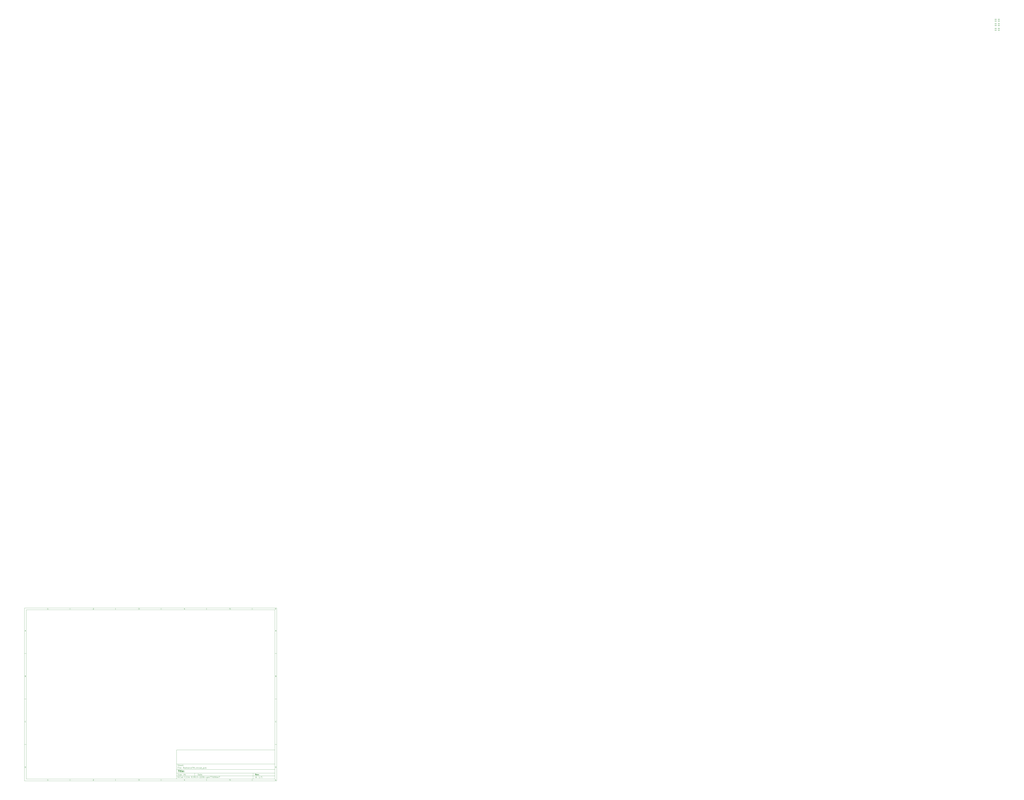
<source format=gbr>
%TF.GenerationSoftware,KiCad,Pcbnew,8.99.0-2206-gee77d06be7*%
%TF.CreationDate,2024-10-02T02:55:55+07:00*%
%TF.ProjectId,RadianceTKL,52616469-616e-4636-9554-4b4c2e6b6963,rev?*%
%TF.SameCoordinates,Original*%
%TF.FileFunction,Paste,Top*%
%TF.FilePolarity,Positive*%
%FSLAX46Y46*%
G04 Gerber Fmt 4.6, Leading zero omitted, Abs format (unit mm)*
G04 Created by KiCad (PCBNEW 8.99.0-2206-gee77d06be7) date 2024-10-02 02:55:55*
%MOMM*%
%LPD*%
G01*
G04 APERTURE LIST*
%ADD10C,0.100000*%
%ADD11C,0.150000*%
%ADD12C,0.300000*%
%ADD13C,0.400000*%
%ADD14R,0.700000X0.700000*%
G04 APERTURE END LIST*
D10*
D11*
X177002200Y-166007200D02*
X285002200Y-166007200D01*
X285002200Y-198007200D01*
X177002200Y-198007200D01*
X177002200Y-166007200D01*
D10*
D11*
X10000000Y-10000000D02*
X287002200Y-10000000D01*
X287002200Y-200007200D01*
X10000000Y-200007200D01*
X10000000Y-10000000D01*
D10*
D11*
X12000000Y-12000000D02*
X285002200Y-12000000D01*
X285002200Y-198007200D01*
X12000000Y-198007200D01*
X12000000Y-12000000D01*
D10*
D11*
X60000000Y-12000000D02*
X60000000Y-10000000D01*
D10*
D11*
X110000000Y-12000000D02*
X110000000Y-10000000D01*
D10*
D11*
X160000000Y-12000000D02*
X160000000Y-10000000D01*
D10*
D11*
X210000000Y-12000000D02*
X210000000Y-10000000D01*
D10*
D11*
X260000000Y-12000000D02*
X260000000Y-10000000D01*
D10*
D11*
X36089160Y-11593604D02*
X35346303Y-11593604D01*
X35717731Y-11593604D02*
X35717731Y-10293604D01*
X35717731Y-10293604D02*
X35593922Y-10479319D01*
X35593922Y-10479319D02*
X35470112Y-10603128D01*
X35470112Y-10603128D02*
X35346303Y-10665033D01*
D10*
D11*
X85346303Y-10417414D02*
X85408207Y-10355509D01*
X85408207Y-10355509D02*
X85532017Y-10293604D01*
X85532017Y-10293604D02*
X85841541Y-10293604D01*
X85841541Y-10293604D02*
X85965350Y-10355509D01*
X85965350Y-10355509D02*
X86027255Y-10417414D01*
X86027255Y-10417414D02*
X86089160Y-10541223D01*
X86089160Y-10541223D02*
X86089160Y-10665033D01*
X86089160Y-10665033D02*
X86027255Y-10850747D01*
X86027255Y-10850747D02*
X85284398Y-11593604D01*
X85284398Y-11593604D02*
X86089160Y-11593604D01*
D10*
D11*
X135284398Y-10293604D02*
X136089160Y-10293604D01*
X136089160Y-10293604D02*
X135655826Y-10788842D01*
X135655826Y-10788842D02*
X135841541Y-10788842D01*
X135841541Y-10788842D02*
X135965350Y-10850747D01*
X135965350Y-10850747D02*
X136027255Y-10912652D01*
X136027255Y-10912652D02*
X136089160Y-11036461D01*
X136089160Y-11036461D02*
X136089160Y-11345985D01*
X136089160Y-11345985D02*
X136027255Y-11469795D01*
X136027255Y-11469795D02*
X135965350Y-11531700D01*
X135965350Y-11531700D02*
X135841541Y-11593604D01*
X135841541Y-11593604D02*
X135470112Y-11593604D01*
X135470112Y-11593604D02*
X135346303Y-11531700D01*
X135346303Y-11531700D02*
X135284398Y-11469795D01*
D10*
D11*
X185965350Y-10726938D02*
X185965350Y-11593604D01*
X185655826Y-10231700D02*
X185346303Y-11160271D01*
X185346303Y-11160271D02*
X186151064Y-11160271D01*
D10*
D11*
X236027255Y-10293604D02*
X235408207Y-10293604D01*
X235408207Y-10293604D02*
X235346303Y-10912652D01*
X235346303Y-10912652D02*
X235408207Y-10850747D01*
X235408207Y-10850747D02*
X235532017Y-10788842D01*
X235532017Y-10788842D02*
X235841541Y-10788842D01*
X235841541Y-10788842D02*
X235965350Y-10850747D01*
X235965350Y-10850747D02*
X236027255Y-10912652D01*
X236027255Y-10912652D02*
X236089160Y-11036461D01*
X236089160Y-11036461D02*
X236089160Y-11345985D01*
X236089160Y-11345985D02*
X236027255Y-11469795D01*
X236027255Y-11469795D02*
X235965350Y-11531700D01*
X235965350Y-11531700D02*
X235841541Y-11593604D01*
X235841541Y-11593604D02*
X235532017Y-11593604D01*
X235532017Y-11593604D02*
X235408207Y-11531700D01*
X235408207Y-11531700D02*
X235346303Y-11469795D01*
D10*
D11*
X285965350Y-10293604D02*
X285717731Y-10293604D01*
X285717731Y-10293604D02*
X285593922Y-10355509D01*
X285593922Y-10355509D02*
X285532017Y-10417414D01*
X285532017Y-10417414D02*
X285408207Y-10603128D01*
X285408207Y-10603128D02*
X285346303Y-10850747D01*
X285346303Y-10850747D02*
X285346303Y-11345985D01*
X285346303Y-11345985D02*
X285408207Y-11469795D01*
X285408207Y-11469795D02*
X285470112Y-11531700D01*
X285470112Y-11531700D02*
X285593922Y-11593604D01*
X285593922Y-11593604D02*
X285841541Y-11593604D01*
X285841541Y-11593604D02*
X285965350Y-11531700D01*
X285965350Y-11531700D02*
X286027255Y-11469795D01*
X286027255Y-11469795D02*
X286089160Y-11345985D01*
X286089160Y-11345985D02*
X286089160Y-11036461D01*
X286089160Y-11036461D02*
X286027255Y-10912652D01*
X286027255Y-10912652D02*
X285965350Y-10850747D01*
X285965350Y-10850747D02*
X285841541Y-10788842D01*
X285841541Y-10788842D02*
X285593922Y-10788842D01*
X285593922Y-10788842D02*
X285470112Y-10850747D01*
X285470112Y-10850747D02*
X285408207Y-10912652D01*
X285408207Y-10912652D02*
X285346303Y-11036461D01*
D10*
D11*
X60000000Y-198007200D02*
X60000000Y-200007200D01*
D10*
D11*
X110000000Y-198007200D02*
X110000000Y-200007200D01*
D10*
D11*
X160000000Y-198007200D02*
X160000000Y-200007200D01*
D10*
D11*
X210000000Y-198007200D02*
X210000000Y-200007200D01*
D10*
D11*
X260000000Y-198007200D02*
X260000000Y-200007200D01*
D10*
D11*
X36089160Y-199600804D02*
X35346303Y-199600804D01*
X35717731Y-199600804D02*
X35717731Y-198300804D01*
X35717731Y-198300804D02*
X35593922Y-198486519D01*
X35593922Y-198486519D02*
X35470112Y-198610328D01*
X35470112Y-198610328D02*
X35346303Y-198672233D01*
D10*
D11*
X85346303Y-198424614D02*
X85408207Y-198362709D01*
X85408207Y-198362709D02*
X85532017Y-198300804D01*
X85532017Y-198300804D02*
X85841541Y-198300804D01*
X85841541Y-198300804D02*
X85965350Y-198362709D01*
X85965350Y-198362709D02*
X86027255Y-198424614D01*
X86027255Y-198424614D02*
X86089160Y-198548423D01*
X86089160Y-198548423D02*
X86089160Y-198672233D01*
X86089160Y-198672233D02*
X86027255Y-198857947D01*
X86027255Y-198857947D02*
X85284398Y-199600804D01*
X85284398Y-199600804D02*
X86089160Y-199600804D01*
D10*
D11*
X135284398Y-198300804D02*
X136089160Y-198300804D01*
X136089160Y-198300804D02*
X135655826Y-198796042D01*
X135655826Y-198796042D02*
X135841541Y-198796042D01*
X135841541Y-198796042D02*
X135965350Y-198857947D01*
X135965350Y-198857947D02*
X136027255Y-198919852D01*
X136027255Y-198919852D02*
X136089160Y-199043661D01*
X136089160Y-199043661D02*
X136089160Y-199353185D01*
X136089160Y-199353185D02*
X136027255Y-199476995D01*
X136027255Y-199476995D02*
X135965350Y-199538900D01*
X135965350Y-199538900D02*
X135841541Y-199600804D01*
X135841541Y-199600804D02*
X135470112Y-199600804D01*
X135470112Y-199600804D02*
X135346303Y-199538900D01*
X135346303Y-199538900D02*
X135284398Y-199476995D01*
D10*
D11*
X185965350Y-198734138D02*
X185965350Y-199600804D01*
X185655826Y-198238900D02*
X185346303Y-199167471D01*
X185346303Y-199167471D02*
X186151064Y-199167471D01*
D10*
D11*
X236027255Y-198300804D02*
X235408207Y-198300804D01*
X235408207Y-198300804D02*
X235346303Y-198919852D01*
X235346303Y-198919852D02*
X235408207Y-198857947D01*
X235408207Y-198857947D02*
X235532017Y-198796042D01*
X235532017Y-198796042D02*
X235841541Y-198796042D01*
X235841541Y-198796042D02*
X235965350Y-198857947D01*
X235965350Y-198857947D02*
X236027255Y-198919852D01*
X236027255Y-198919852D02*
X236089160Y-199043661D01*
X236089160Y-199043661D02*
X236089160Y-199353185D01*
X236089160Y-199353185D02*
X236027255Y-199476995D01*
X236027255Y-199476995D02*
X235965350Y-199538900D01*
X235965350Y-199538900D02*
X235841541Y-199600804D01*
X235841541Y-199600804D02*
X235532017Y-199600804D01*
X235532017Y-199600804D02*
X235408207Y-199538900D01*
X235408207Y-199538900D02*
X235346303Y-199476995D01*
D10*
D11*
X285965350Y-198300804D02*
X285717731Y-198300804D01*
X285717731Y-198300804D02*
X285593922Y-198362709D01*
X285593922Y-198362709D02*
X285532017Y-198424614D01*
X285532017Y-198424614D02*
X285408207Y-198610328D01*
X285408207Y-198610328D02*
X285346303Y-198857947D01*
X285346303Y-198857947D02*
X285346303Y-199353185D01*
X285346303Y-199353185D02*
X285408207Y-199476995D01*
X285408207Y-199476995D02*
X285470112Y-199538900D01*
X285470112Y-199538900D02*
X285593922Y-199600804D01*
X285593922Y-199600804D02*
X285841541Y-199600804D01*
X285841541Y-199600804D02*
X285965350Y-199538900D01*
X285965350Y-199538900D02*
X286027255Y-199476995D01*
X286027255Y-199476995D02*
X286089160Y-199353185D01*
X286089160Y-199353185D02*
X286089160Y-199043661D01*
X286089160Y-199043661D02*
X286027255Y-198919852D01*
X286027255Y-198919852D02*
X285965350Y-198857947D01*
X285965350Y-198857947D02*
X285841541Y-198796042D01*
X285841541Y-198796042D02*
X285593922Y-198796042D01*
X285593922Y-198796042D02*
X285470112Y-198857947D01*
X285470112Y-198857947D02*
X285408207Y-198919852D01*
X285408207Y-198919852D02*
X285346303Y-199043661D01*
D10*
D11*
X10000000Y-60000000D02*
X12000000Y-60000000D01*
D10*
D11*
X10000000Y-110000000D02*
X12000000Y-110000000D01*
D10*
D11*
X10000000Y-160000000D02*
X12000000Y-160000000D01*
D10*
D11*
X10690476Y-35222176D02*
X11309523Y-35222176D01*
X10566666Y-35593604D02*
X10999999Y-34293604D01*
X10999999Y-34293604D02*
X11433333Y-35593604D01*
D10*
D11*
X11092857Y-84912652D02*
X11278571Y-84974557D01*
X11278571Y-84974557D02*
X11340476Y-85036461D01*
X11340476Y-85036461D02*
X11402380Y-85160271D01*
X11402380Y-85160271D02*
X11402380Y-85345985D01*
X11402380Y-85345985D02*
X11340476Y-85469795D01*
X11340476Y-85469795D02*
X11278571Y-85531700D01*
X11278571Y-85531700D02*
X11154761Y-85593604D01*
X11154761Y-85593604D02*
X10659523Y-85593604D01*
X10659523Y-85593604D02*
X10659523Y-84293604D01*
X10659523Y-84293604D02*
X11092857Y-84293604D01*
X11092857Y-84293604D02*
X11216666Y-84355509D01*
X11216666Y-84355509D02*
X11278571Y-84417414D01*
X11278571Y-84417414D02*
X11340476Y-84541223D01*
X11340476Y-84541223D02*
X11340476Y-84665033D01*
X11340476Y-84665033D02*
X11278571Y-84788842D01*
X11278571Y-84788842D02*
X11216666Y-84850747D01*
X11216666Y-84850747D02*
X11092857Y-84912652D01*
X11092857Y-84912652D02*
X10659523Y-84912652D01*
D10*
D11*
X11402380Y-135469795D02*
X11340476Y-135531700D01*
X11340476Y-135531700D02*
X11154761Y-135593604D01*
X11154761Y-135593604D02*
X11030952Y-135593604D01*
X11030952Y-135593604D02*
X10845238Y-135531700D01*
X10845238Y-135531700D02*
X10721428Y-135407890D01*
X10721428Y-135407890D02*
X10659523Y-135284080D01*
X10659523Y-135284080D02*
X10597619Y-135036461D01*
X10597619Y-135036461D02*
X10597619Y-134850747D01*
X10597619Y-134850747D02*
X10659523Y-134603128D01*
X10659523Y-134603128D02*
X10721428Y-134479319D01*
X10721428Y-134479319D02*
X10845238Y-134355509D01*
X10845238Y-134355509D02*
X11030952Y-134293604D01*
X11030952Y-134293604D02*
X11154761Y-134293604D01*
X11154761Y-134293604D02*
X11340476Y-134355509D01*
X11340476Y-134355509D02*
X11402380Y-134417414D01*
D10*
D11*
X10659523Y-185593604D02*
X10659523Y-184293604D01*
X10659523Y-184293604D02*
X10969047Y-184293604D01*
X10969047Y-184293604D02*
X11154761Y-184355509D01*
X11154761Y-184355509D02*
X11278571Y-184479319D01*
X11278571Y-184479319D02*
X11340476Y-184603128D01*
X11340476Y-184603128D02*
X11402380Y-184850747D01*
X11402380Y-184850747D02*
X11402380Y-185036461D01*
X11402380Y-185036461D02*
X11340476Y-185284080D01*
X11340476Y-185284080D02*
X11278571Y-185407890D01*
X11278571Y-185407890D02*
X11154761Y-185531700D01*
X11154761Y-185531700D02*
X10969047Y-185593604D01*
X10969047Y-185593604D02*
X10659523Y-185593604D01*
D10*
D11*
X287002200Y-60000000D02*
X285002200Y-60000000D01*
D10*
D11*
X287002200Y-110000000D02*
X285002200Y-110000000D01*
D10*
D11*
X287002200Y-160000000D02*
X285002200Y-160000000D01*
D10*
D11*
X285692676Y-35222176D02*
X286311723Y-35222176D01*
X285568866Y-35593604D02*
X286002199Y-34293604D01*
X286002199Y-34293604D02*
X286435533Y-35593604D01*
D10*
D11*
X286095057Y-84912652D02*
X286280771Y-84974557D01*
X286280771Y-84974557D02*
X286342676Y-85036461D01*
X286342676Y-85036461D02*
X286404580Y-85160271D01*
X286404580Y-85160271D02*
X286404580Y-85345985D01*
X286404580Y-85345985D02*
X286342676Y-85469795D01*
X286342676Y-85469795D02*
X286280771Y-85531700D01*
X286280771Y-85531700D02*
X286156961Y-85593604D01*
X286156961Y-85593604D02*
X285661723Y-85593604D01*
X285661723Y-85593604D02*
X285661723Y-84293604D01*
X285661723Y-84293604D02*
X286095057Y-84293604D01*
X286095057Y-84293604D02*
X286218866Y-84355509D01*
X286218866Y-84355509D02*
X286280771Y-84417414D01*
X286280771Y-84417414D02*
X286342676Y-84541223D01*
X286342676Y-84541223D02*
X286342676Y-84665033D01*
X286342676Y-84665033D02*
X286280771Y-84788842D01*
X286280771Y-84788842D02*
X286218866Y-84850747D01*
X286218866Y-84850747D02*
X286095057Y-84912652D01*
X286095057Y-84912652D02*
X285661723Y-84912652D01*
D10*
D11*
X286404580Y-135469795D02*
X286342676Y-135531700D01*
X286342676Y-135531700D02*
X286156961Y-135593604D01*
X286156961Y-135593604D02*
X286033152Y-135593604D01*
X286033152Y-135593604D02*
X285847438Y-135531700D01*
X285847438Y-135531700D02*
X285723628Y-135407890D01*
X285723628Y-135407890D02*
X285661723Y-135284080D01*
X285661723Y-135284080D02*
X285599819Y-135036461D01*
X285599819Y-135036461D02*
X285599819Y-134850747D01*
X285599819Y-134850747D02*
X285661723Y-134603128D01*
X285661723Y-134603128D02*
X285723628Y-134479319D01*
X285723628Y-134479319D02*
X285847438Y-134355509D01*
X285847438Y-134355509D02*
X286033152Y-134293604D01*
X286033152Y-134293604D02*
X286156961Y-134293604D01*
X286156961Y-134293604D02*
X286342676Y-134355509D01*
X286342676Y-134355509D02*
X286404580Y-134417414D01*
D10*
D11*
X285661723Y-185593604D02*
X285661723Y-184293604D01*
X285661723Y-184293604D02*
X285971247Y-184293604D01*
X285971247Y-184293604D02*
X286156961Y-184355509D01*
X286156961Y-184355509D02*
X286280771Y-184479319D01*
X286280771Y-184479319D02*
X286342676Y-184603128D01*
X286342676Y-184603128D02*
X286404580Y-184850747D01*
X286404580Y-184850747D02*
X286404580Y-185036461D01*
X286404580Y-185036461D02*
X286342676Y-185284080D01*
X286342676Y-185284080D02*
X286280771Y-185407890D01*
X286280771Y-185407890D02*
X286156961Y-185531700D01*
X286156961Y-185531700D02*
X285971247Y-185593604D01*
X285971247Y-185593604D02*
X285661723Y-185593604D01*
D10*
D11*
X200458026Y-193793328D02*
X200458026Y-192293328D01*
X200458026Y-192293328D02*
X200815169Y-192293328D01*
X200815169Y-192293328D02*
X201029455Y-192364757D01*
X201029455Y-192364757D02*
X201172312Y-192507614D01*
X201172312Y-192507614D02*
X201243741Y-192650471D01*
X201243741Y-192650471D02*
X201315169Y-192936185D01*
X201315169Y-192936185D02*
X201315169Y-193150471D01*
X201315169Y-193150471D02*
X201243741Y-193436185D01*
X201243741Y-193436185D02*
X201172312Y-193579042D01*
X201172312Y-193579042D02*
X201029455Y-193721900D01*
X201029455Y-193721900D02*
X200815169Y-193793328D01*
X200815169Y-193793328D02*
X200458026Y-193793328D01*
X202600884Y-193793328D02*
X202600884Y-193007614D01*
X202600884Y-193007614D02*
X202529455Y-192864757D01*
X202529455Y-192864757D02*
X202386598Y-192793328D01*
X202386598Y-192793328D02*
X202100884Y-192793328D01*
X202100884Y-192793328D02*
X201958026Y-192864757D01*
X202600884Y-193721900D02*
X202458026Y-193793328D01*
X202458026Y-193793328D02*
X202100884Y-193793328D01*
X202100884Y-193793328D02*
X201958026Y-193721900D01*
X201958026Y-193721900D02*
X201886598Y-193579042D01*
X201886598Y-193579042D02*
X201886598Y-193436185D01*
X201886598Y-193436185D02*
X201958026Y-193293328D01*
X201958026Y-193293328D02*
X202100884Y-193221900D01*
X202100884Y-193221900D02*
X202458026Y-193221900D01*
X202458026Y-193221900D02*
X202600884Y-193150471D01*
X203100884Y-192793328D02*
X203672312Y-192793328D01*
X203315169Y-192293328D02*
X203315169Y-193579042D01*
X203315169Y-193579042D02*
X203386598Y-193721900D01*
X203386598Y-193721900D02*
X203529455Y-193793328D01*
X203529455Y-193793328D02*
X203672312Y-193793328D01*
X204743741Y-193721900D02*
X204600884Y-193793328D01*
X204600884Y-193793328D02*
X204315170Y-193793328D01*
X204315170Y-193793328D02*
X204172312Y-193721900D01*
X204172312Y-193721900D02*
X204100884Y-193579042D01*
X204100884Y-193579042D02*
X204100884Y-193007614D01*
X204100884Y-193007614D02*
X204172312Y-192864757D01*
X204172312Y-192864757D02*
X204315170Y-192793328D01*
X204315170Y-192793328D02*
X204600884Y-192793328D01*
X204600884Y-192793328D02*
X204743741Y-192864757D01*
X204743741Y-192864757D02*
X204815170Y-193007614D01*
X204815170Y-193007614D02*
X204815170Y-193150471D01*
X204815170Y-193150471D02*
X204100884Y-193293328D01*
X205458026Y-193650471D02*
X205529455Y-193721900D01*
X205529455Y-193721900D02*
X205458026Y-193793328D01*
X205458026Y-193793328D02*
X205386598Y-193721900D01*
X205386598Y-193721900D02*
X205458026Y-193650471D01*
X205458026Y-193650471D02*
X205458026Y-193793328D01*
X205458026Y-192864757D02*
X205529455Y-192936185D01*
X205529455Y-192936185D02*
X205458026Y-193007614D01*
X205458026Y-193007614D02*
X205386598Y-192936185D01*
X205386598Y-192936185D02*
X205458026Y-192864757D01*
X205458026Y-192864757D02*
X205458026Y-193007614D01*
D10*
D11*
X177002200Y-194507200D02*
X285002200Y-194507200D01*
D10*
D11*
X178458026Y-196593328D02*
X178458026Y-195093328D01*
X179315169Y-196593328D02*
X178672312Y-195736185D01*
X179315169Y-195093328D02*
X178458026Y-195950471D01*
X179958026Y-196593328D02*
X179958026Y-195593328D01*
X179958026Y-195093328D02*
X179886598Y-195164757D01*
X179886598Y-195164757D02*
X179958026Y-195236185D01*
X179958026Y-195236185D02*
X180029455Y-195164757D01*
X180029455Y-195164757D02*
X179958026Y-195093328D01*
X179958026Y-195093328D02*
X179958026Y-195236185D01*
X181529455Y-196450471D02*
X181458027Y-196521900D01*
X181458027Y-196521900D02*
X181243741Y-196593328D01*
X181243741Y-196593328D02*
X181100884Y-196593328D01*
X181100884Y-196593328D02*
X180886598Y-196521900D01*
X180886598Y-196521900D02*
X180743741Y-196379042D01*
X180743741Y-196379042D02*
X180672312Y-196236185D01*
X180672312Y-196236185D02*
X180600884Y-195950471D01*
X180600884Y-195950471D02*
X180600884Y-195736185D01*
X180600884Y-195736185D02*
X180672312Y-195450471D01*
X180672312Y-195450471D02*
X180743741Y-195307614D01*
X180743741Y-195307614D02*
X180886598Y-195164757D01*
X180886598Y-195164757D02*
X181100884Y-195093328D01*
X181100884Y-195093328D02*
X181243741Y-195093328D01*
X181243741Y-195093328D02*
X181458027Y-195164757D01*
X181458027Y-195164757D02*
X181529455Y-195236185D01*
X182815170Y-196593328D02*
X182815170Y-195807614D01*
X182815170Y-195807614D02*
X182743741Y-195664757D01*
X182743741Y-195664757D02*
X182600884Y-195593328D01*
X182600884Y-195593328D02*
X182315170Y-195593328D01*
X182315170Y-195593328D02*
X182172312Y-195664757D01*
X182815170Y-196521900D02*
X182672312Y-196593328D01*
X182672312Y-196593328D02*
X182315170Y-196593328D01*
X182315170Y-196593328D02*
X182172312Y-196521900D01*
X182172312Y-196521900D02*
X182100884Y-196379042D01*
X182100884Y-196379042D02*
X182100884Y-196236185D01*
X182100884Y-196236185D02*
X182172312Y-196093328D01*
X182172312Y-196093328D02*
X182315170Y-196021900D01*
X182315170Y-196021900D02*
X182672312Y-196021900D01*
X182672312Y-196021900D02*
X182815170Y-195950471D01*
X184172313Y-196593328D02*
X184172313Y-195093328D01*
X184172313Y-196521900D02*
X184029455Y-196593328D01*
X184029455Y-196593328D02*
X183743741Y-196593328D01*
X183743741Y-196593328D02*
X183600884Y-196521900D01*
X183600884Y-196521900D02*
X183529455Y-196450471D01*
X183529455Y-196450471D02*
X183458027Y-196307614D01*
X183458027Y-196307614D02*
X183458027Y-195879042D01*
X183458027Y-195879042D02*
X183529455Y-195736185D01*
X183529455Y-195736185D02*
X183600884Y-195664757D01*
X183600884Y-195664757D02*
X183743741Y-195593328D01*
X183743741Y-195593328D02*
X184029455Y-195593328D01*
X184029455Y-195593328D02*
X184172313Y-195664757D01*
X186029455Y-195807614D02*
X186529455Y-195807614D01*
X186743741Y-196593328D02*
X186029455Y-196593328D01*
X186029455Y-196593328D02*
X186029455Y-195093328D01*
X186029455Y-195093328D02*
X186743741Y-195093328D01*
X187386598Y-196450471D02*
X187458027Y-196521900D01*
X187458027Y-196521900D02*
X187386598Y-196593328D01*
X187386598Y-196593328D02*
X187315170Y-196521900D01*
X187315170Y-196521900D02*
X187386598Y-196450471D01*
X187386598Y-196450471D02*
X187386598Y-196593328D01*
X188100884Y-196593328D02*
X188100884Y-195093328D01*
X188100884Y-195093328D02*
X188458027Y-195093328D01*
X188458027Y-195093328D02*
X188672313Y-195164757D01*
X188672313Y-195164757D02*
X188815170Y-195307614D01*
X188815170Y-195307614D02*
X188886599Y-195450471D01*
X188886599Y-195450471D02*
X188958027Y-195736185D01*
X188958027Y-195736185D02*
X188958027Y-195950471D01*
X188958027Y-195950471D02*
X188886599Y-196236185D01*
X188886599Y-196236185D02*
X188815170Y-196379042D01*
X188815170Y-196379042D02*
X188672313Y-196521900D01*
X188672313Y-196521900D02*
X188458027Y-196593328D01*
X188458027Y-196593328D02*
X188100884Y-196593328D01*
X189600884Y-196450471D02*
X189672313Y-196521900D01*
X189672313Y-196521900D02*
X189600884Y-196593328D01*
X189600884Y-196593328D02*
X189529456Y-196521900D01*
X189529456Y-196521900D02*
X189600884Y-196450471D01*
X189600884Y-196450471D02*
X189600884Y-196593328D01*
X190243742Y-196164757D02*
X190958028Y-196164757D01*
X190100885Y-196593328D02*
X190600885Y-195093328D01*
X190600885Y-195093328D02*
X191100885Y-196593328D01*
X191600884Y-196450471D02*
X191672313Y-196521900D01*
X191672313Y-196521900D02*
X191600884Y-196593328D01*
X191600884Y-196593328D02*
X191529456Y-196521900D01*
X191529456Y-196521900D02*
X191600884Y-196450471D01*
X191600884Y-196450471D02*
X191600884Y-196593328D01*
X193672313Y-195736185D02*
X193529456Y-195664757D01*
X193529456Y-195664757D02*
X193458027Y-195593328D01*
X193458027Y-195593328D02*
X193386599Y-195450471D01*
X193386599Y-195450471D02*
X193386599Y-195379042D01*
X193386599Y-195379042D02*
X193458027Y-195236185D01*
X193458027Y-195236185D02*
X193529456Y-195164757D01*
X193529456Y-195164757D02*
X193672313Y-195093328D01*
X193672313Y-195093328D02*
X193958027Y-195093328D01*
X193958027Y-195093328D02*
X194100885Y-195164757D01*
X194100885Y-195164757D02*
X194172313Y-195236185D01*
X194172313Y-195236185D02*
X194243742Y-195379042D01*
X194243742Y-195379042D02*
X194243742Y-195450471D01*
X194243742Y-195450471D02*
X194172313Y-195593328D01*
X194172313Y-195593328D02*
X194100885Y-195664757D01*
X194100885Y-195664757D02*
X193958027Y-195736185D01*
X193958027Y-195736185D02*
X193672313Y-195736185D01*
X193672313Y-195736185D02*
X193529456Y-195807614D01*
X193529456Y-195807614D02*
X193458027Y-195879042D01*
X193458027Y-195879042D02*
X193386599Y-196021900D01*
X193386599Y-196021900D02*
X193386599Y-196307614D01*
X193386599Y-196307614D02*
X193458027Y-196450471D01*
X193458027Y-196450471D02*
X193529456Y-196521900D01*
X193529456Y-196521900D02*
X193672313Y-196593328D01*
X193672313Y-196593328D02*
X193958027Y-196593328D01*
X193958027Y-196593328D02*
X194100885Y-196521900D01*
X194100885Y-196521900D02*
X194172313Y-196450471D01*
X194172313Y-196450471D02*
X194243742Y-196307614D01*
X194243742Y-196307614D02*
X194243742Y-196021900D01*
X194243742Y-196021900D02*
X194172313Y-195879042D01*
X194172313Y-195879042D02*
X194100885Y-195807614D01*
X194100885Y-195807614D02*
X193958027Y-195736185D01*
X194886598Y-196450471D02*
X194958027Y-196521900D01*
X194958027Y-196521900D02*
X194886598Y-196593328D01*
X194886598Y-196593328D02*
X194815170Y-196521900D01*
X194815170Y-196521900D02*
X194886598Y-196450471D01*
X194886598Y-196450471D02*
X194886598Y-196593328D01*
X195672313Y-196593328D02*
X195958027Y-196593328D01*
X195958027Y-196593328D02*
X196100884Y-196521900D01*
X196100884Y-196521900D02*
X196172313Y-196450471D01*
X196172313Y-196450471D02*
X196315170Y-196236185D01*
X196315170Y-196236185D02*
X196386599Y-195950471D01*
X196386599Y-195950471D02*
X196386599Y-195379042D01*
X196386599Y-195379042D02*
X196315170Y-195236185D01*
X196315170Y-195236185D02*
X196243742Y-195164757D01*
X196243742Y-195164757D02*
X196100884Y-195093328D01*
X196100884Y-195093328D02*
X195815170Y-195093328D01*
X195815170Y-195093328D02*
X195672313Y-195164757D01*
X195672313Y-195164757D02*
X195600884Y-195236185D01*
X195600884Y-195236185D02*
X195529456Y-195379042D01*
X195529456Y-195379042D02*
X195529456Y-195736185D01*
X195529456Y-195736185D02*
X195600884Y-195879042D01*
X195600884Y-195879042D02*
X195672313Y-195950471D01*
X195672313Y-195950471D02*
X195815170Y-196021900D01*
X195815170Y-196021900D02*
X196100884Y-196021900D01*
X196100884Y-196021900D02*
X196243742Y-195950471D01*
X196243742Y-195950471D02*
X196315170Y-195879042D01*
X196315170Y-195879042D02*
X196386599Y-195736185D01*
X197100884Y-196593328D02*
X197386598Y-196593328D01*
X197386598Y-196593328D02*
X197529455Y-196521900D01*
X197529455Y-196521900D02*
X197600884Y-196450471D01*
X197600884Y-196450471D02*
X197743741Y-196236185D01*
X197743741Y-196236185D02*
X197815170Y-195950471D01*
X197815170Y-195950471D02*
X197815170Y-195379042D01*
X197815170Y-195379042D02*
X197743741Y-195236185D01*
X197743741Y-195236185D02*
X197672313Y-195164757D01*
X197672313Y-195164757D02*
X197529455Y-195093328D01*
X197529455Y-195093328D02*
X197243741Y-195093328D01*
X197243741Y-195093328D02*
X197100884Y-195164757D01*
X197100884Y-195164757D02*
X197029455Y-195236185D01*
X197029455Y-195236185D02*
X196958027Y-195379042D01*
X196958027Y-195379042D02*
X196958027Y-195736185D01*
X196958027Y-195736185D02*
X197029455Y-195879042D01*
X197029455Y-195879042D02*
X197100884Y-195950471D01*
X197100884Y-195950471D02*
X197243741Y-196021900D01*
X197243741Y-196021900D02*
X197529455Y-196021900D01*
X197529455Y-196021900D02*
X197672313Y-195950471D01*
X197672313Y-195950471D02*
X197743741Y-195879042D01*
X197743741Y-195879042D02*
X197815170Y-195736185D01*
X198458026Y-196450471D02*
X198529455Y-196521900D01*
X198529455Y-196521900D02*
X198458026Y-196593328D01*
X198458026Y-196593328D02*
X198386598Y-196521900D01*
X198386598Y-196521900D02*
X198458026Y-196450471D01*
X198458026Y-196450471D02*
X198458026Y-196593328D01*
X199458027Y-195093328D02*
X199600884Y-195093328D01*
X199600884Y-195093328D02*
X199743741Y-195164757D01*
X199743741Y-195164757D02*
X199815170Y-195236185D01*
X199815170Y-195236185D02*
X199886598Y-195379042D01*
X199886598Y-195379042D02*
X199958027Y-195664757D01*
X199958027Y-195664757D02*
X199958027Y-196021900D01*
X199958027Y-196021900D02*
X199886598Y-196307614D01*
X199886598Y-196307614D02*
X199815170Y-196450471D01*
X199815170Y-196450471D02*
X199743741Y-196521900D01*
X199743741Y-196521900D02*
X199600884Y-196593328D01*
X199600884Y-196593328D02*
X199458027Y-196593328D01*
X199458027Y-196593328D02*
X199315170Y-196521900D01*
X199315170Y-196521900D02*
X199243741Y-196450471D01*
X199243741Y-196450471D02*
X199172312Y-196307614D01*
X199172312Y-196307614D02*
X199100884Y-196021900D01*
X199100884Y-196021900D02*
X199100884Y-195664757D01*
X199100884Y-195664757D02*
X199172312Y-195379042D01*
X199172312Y-195379042D02*
X199243741Y-195236185D01*
X199243741Y-195236185D02*
X199315170Y-195164757D01*
X199315170Y-195164757D02*
X199458027Y-195093328D01*
X200600883Y-196021900D02*
X201743741Y-196021900D01*
X202386598Y-195236185D02*
X202458026Y-195164757D01*
X202458026Y-195164757D02*
X202600884Y-195093328D01*
X202600884Y-195093328D02*
X202958026Y-195093328D01*
X202958026Y-195093328D02*
X203100884Y-195164757D01*
X203100884Y-195164757D02*
X203172312Y-195236185D01*
X203172312Y-195236185D02*
X203243741Y-195379042D01*
X203243741Y-195379042D02*
X203243741Y-195521900D01*
X203243741Y-195521900D02*
X203172312Y-195736185D01*
X203172312Y-195736185D02*
X202315169Y-196593328D01*
X202315169Y-196593328D02*
X203243741Y-196593328D01*
X203815169Y-195236185D02*
X203886597Y-195164757D01*
X203886597Y-195164757D02*
X204029455Y-195093328D01*
X204029455Y-195093328D02*
X204386597Y-195093328D01*
X204386597Y-195093328D02*
X204529455Y-195164757D01*
X204529455Y-195164757D02*
X204600883Y-195236185D01*
X204600883Y-195236185D02*
X204672312Y-195379042D01*
X204672312Y-195379042D02*
X204672312Y-195521900D01*
X204672312Y-195521900D02*
X204600883Y-195736185D01*
X204600883Y-195736185D02*
X203743740Y-196593328D01*
X203743740Y-196593328D02*
X204672312Y-196593328D01*
X205600883Y-195093328D02*
X205743740Y-195093328D01*
X205743740Y-195093328D02*
X205886597Y-195164757D01*
X205886597Y-195164757D02*
X205958026Y-195236185D01*
X205958026Y-195236185D02*
X206029454Y-195379042D01*
X206029454Y-195379042D02*
X206100883Y-195664757D01*
X206100883Y-195664757D02*
X206100883Y-196021900D01*
X206100883Y-196021900D02*
X206029454Y-196307614D01*
X206029454Y-196307614D02*
X205958026Y-196450471D01*
X205958026Y-196450471D02*
X205886597Y-196521900D01*
X205886597Y-196521900D02*
X205743740Y-196593328D01*
X205743740Y-196593328D02*
X205600883Y-196593328D01*
X205600883Y-196593328D02*
X205458026Y-196521900D01*
X205458026Y-196521900D02*
X205386597Y-196450471D01*
X205386597Y-196450471D02*
X205315168Y-196307614D01*
X205315168Y-196307614D02*
X205243740Y-196021900D01*
X205243740Y-196021900D02*
X205243740Y-195664757D01*
X205243740Y-195664757D02*
X205315168Y-195379042D01*
X205315168Y-195379042D02*
X205386597Y-195236185D01*
X205386597Y-195236185D02*
X205458026Y-195164757D01*
X205458026Y-195164757D02*
X205600883Y-195093328D01*
X207386597Y-195093328D02*
X207100882Y-195093328D01*
X207100882Y-195093328D02*
X206958025Y-195164757D01*
X206958025Y-195164757D02*
X206886597Y-195236185D01*
X206886597Y-195236185D02*
X206743739Y-195450471D01*
X206743739Y-195450471D02*
X206672311Y-195736185D01*
X206672311Y-195736185D02*
X206672311Y-196307614D01*
X206672311Y-196307614D02*
X206743739Y-196450471D01*
X206743739Y-196450471D02*
X206815168Y-196521900D01*
X206815168Y-196521900D02*
X206958025Y-196593328D01*
X206958025Y-196593328D02*
X207243739Y-196593328D01*
X207243739Y-196593328D02*
X207386597Y-196521900D01*
X207386597Y-196521900D02*
X207458025Y-196450471D01*
X207458025Y-196450471D02*
X207529454Y-196307614D01*
X207529454Y-196307614D02*
X207529454Y-195950471D01*
X207529454Y-195950471D02*
X207458025Y-195807614D01*
X207458025Y-195807614D02*
X207386597Y-195736185D01*
X207386597Y-195736185D02*
X207243739Y-195664757D01*
X207243739Y-195664757D02*
X206958025Y-195664757D01*
X206958025Y-195664757D02*
X206815168Y-195736185D01*
X206815168Y-195736185D02*
X206743739Y-195807614D01*
X206743739Y-195807614D02*
X206672311Y-195950471D01*
X208172310Y-196021900D02*
X209315168Y-196021900D01*
X210672311Y-195593328D02*
X210672311Y-196807614D01*
X210672311Y-196807614D02*
X210600882Y-196950471D01*
X210600882Y-196950471D02*
X210529453Y-197021900D01*
X210529453Y-197021900D02*
X210386596Y-197093328D01*
X210386596Y-197093328D02*
X210172311Y-197093328D01*
X210172311Y-197093328D02*
X210029453Y-197021900D01*
X210672311Y-196521900D02*
X210529453Y-196593328D01*
X210529453Y-196593328D02*
X210243739Y-196593328D01*
X210243739Y-196593328D02*
X210100882Y-196521900D01*
X210100882Y-196521900D02*
X210029453Y-196450471D01*
X210029453Y-196450471D02*
X209958025Y-196307614D01*
X209958025Y-196307614D02*
X209958025Y-195879042D01*
X209958025Y-195879042D02*
X210029453Y-195736185D01*
X210029453Y-195736185D02*
X210100882Y-195664757D01*
X210100882Y-195664757D02*
X210243739Y-195593328D01*
X210243739Y-195593328D02*
X210529453Y-195593328D01*
X210529453Y-195593328D02*
X210672311Y-195664757D01*
X211958025Y-196521900D02*
X211815168Y-196593328D01*
X211815168Y-196593328D02*
X211529454Y-196593328D01*
X211529454Y-196593328D02*
X211386596Y-196521900D01*
X211386596Y-196521900D02*
X211315168Y-196379042D01*
X211315168Y-196379042D02*
X211315168Y-195807614D01*
X211315168Y-195807614D02*
X211386596Y-195664757D01*
X211386596Y-195664757D02*
X211529454Y-195593328D01*
X211529454Y-195593328D02*
X211815168Y-195593328D01*
X211815168Y-195593328D02*
X211958025Y-195664757D01*
X211958025Y-195664757D02*
X212029454Y-195807614D01*
X212029454Y-195807614D02*
X212029454Y-195950471D01*
X212029454Y-195950471D02*
X211315168Y-196093328D01*
X213243739Y-196521900D02*
X213100882Y-196593328D01*
X213100882Y-196593328D02*
X212815168Y-196593328D01*
X212815168Y-196593328D02*
X212672310Y-196521900D01*
X212672310Y-196521900D02*
X212600882Y-196379042D01*
X212600882Y-196379042D02*
X212600882Y-195807614D01*
X212600882Y-195807614D02*
X212672310Y-195664757D01*
X212672310Y-195664757D02*
X212815168Y-195593328D01*
X212815168Y-195593328D02*
X213100882Y-195593328D01*
X213100882Y-195593328D02*
X213243739Y-195664757D01*
X213243739Y-195664757D02*
X213315168Y-195807614D01*
X213315168Y-195807614D02*
X213315168Y-195950471D01*
X213315168Y-195950471D02*
X212600882Y-196093328D01*
X213815167Y-195093328D02*
X214815167Y-195093328D01*
X214815167Y-195093328D02*
X214172310Y-196593328D01*
X215243738Y-195093328D02*
X216243738Y-195093328D01*
X216243738Y-195093328D02*
X215600881Y-196593328D01*
X217458024Y-196593328D02*
X217458024Y-195093328D01*
X217458024Y-196521900D02*
X217315166Y-196593328D01*
X217315166Y-196593328D02*
X217029452Y-196593328D01*
X217029452Y-196593328D02*
X216886595Y-196521900D01*
X216886595Y-196521900D02*
X216815166Y-196450471D01*
X216815166Y-196450471D02*
X216743738Y-196307614D01*
X216743738Y-196307614D02*
X216743738Y-195879042D01*
X216743738Y-195879042D02*
X216815166Y-195736185D01*
X216815166Y-195736185D02*
X216886595Y-195664757D01*
X216886595Y-195664757D02*
X217029452Y-195593328D01*
X217029452Y-195593328D02*
X217315166Y-195593328D01*
X217315166Y-195593328D02*
X217458024Y-195664757D01*
X218458024Y-195093328D02*
X218600881Y-195093328D01*
X218600881Y-195093328D02*
X218743738Y-195164757D01*
X218743738Y-195164757D02*
X218815167Y-195236185D01*
X218815167Y-195236185D02*
X218886595Y-195379042D01*
X218886595Y-195379042D02*
X218958024Y-195664757D01*
X218958024Y-195664757D02*
X218958024Y-196021900D01*
X218958024Y-196021900D02*
X218886595Y-196307614D01*
X218886595Y-196307614D02*
X218815167Y-196450471D01*
X218815167Y-196450471D02*
X218743738Y-196521900D01*
X218743738Y-196521900D02*
X218600881Y-196593328D01*
X218600881Y-196593328D02*
X218458024Y-196593328D01*
X218458024Y-196593328D02*
X218315167Y-196521900D01*
X218315167Y-196521900D02*
X218243738Y-196450471D01*
X218243738Y-196450471D02*
X218172309Y-196307614D01*
X218172309Y-196307614D02*
X218100881Y-196021900D01*
X218100881Y-196021900D02*
X218100881Y-195664757D01*
X218100881Y-195664757D02*
X218172309Y-195379042D01*
X218172309Y-195379042D02*
X218243738Y-195236185D01*
X218243738Y-195236185D02*
X218315167Y-195164757D01*
X218315167Y-195164757D02*
X218458024Y-195093328D01*
X220243738Y-195093328D02*
X219958023Y-195093328D01*
X219958023Y-195093328D02*
X219815166Y-195164757D01*
X219815166Y-195164757D02*
X219743738Y-195236185D01*
X219743738Y-195236185D02*
X219600880Y-195450471D01*
X219600880Y-195450471D02*
X219529452Y-195736185D01*
X219529452Y-195736185D02*
X219529452Y-196307614D01*
X219529452Y-196307614D02*
X219600880Y-196450471D01*
X219600880Y-196450471D02*
X219672309Y-196521900D01*
X219672309Y-196521900D02*
X219815166Y-196593328D01*
X219815166Y-196593328D02*
X220100880Y-196593328D01*
X220100880Y-196593328D02*
X220243738Y-196521900D01*
X220243738Y-196521900D02*
X220315166Y-196450471D01*
X220315166Y-196450471D02*
X220386595Y-196307614D01*
X220386595Y-196307614D02*
X220386595Y-195950471D01*
X220386595Y-195950471D02*
X220315166Y-195807614D01*
X220315166Y-195807614D02*
X220243738Y-195736185D01*
X220243738Y-195736185D02*
X220100880Y-195664757D01*
X220100880Y-195664757D02*
X219815166Y-195664757D01*
X219815166Y-195664757D02*
X219672309Y-195736185D01*
X219672309Y-195736185D02*
X219600880Y-195807614D01*
X219600880Y-195807614D02*
X219529452Y-195950471D01*
X221029451Y-196593328D02*
X221029451Y-195093328D01*
X221029451Y-195664757D02*
X221172309Y-195593328D01*
X221172309Y-195593328D02*
X221458023Y-195593328D01*
X221458023Y-195593328D02*
X221600880Y-195664757D01*
X221600880Y-195664757D02*
X221672309Y-195736185D01*
X221672309Y-195736185D02*
X221743737Y-195879042D01*
X221743737Y-195879042D02*
X221743737Y-196307614D01*
X221743737Y-196307614D02*
X221672309Y-196450471D01*
X221672309Y-196450471D02*
X221600880Y-196521900D01*
X221600880Y-196521900D02*
X221458023Y-196593328D01*
X221458023Y-196593328D02*
X221172309Y-196593328D01*
X221172309Y-196593328D02*
X221029451Y-196521900D01*
X222958023Y-196521900D02*
X222815166Y-196593328D01*
X222815166Y-196593328D02*
X222529452Y-196593328D01*
X222529452Y-196593328D02*
X222386594Y-196521900D01*
X222386594Y-196521900D02*
X222315166Y-196379042D01*
X222315166Y-196379042D02*
X222315166Y-195807614D01*
X222315166Y-195807614D02*
X222386594Y-195664757D01*
X222386594Y-195664757D02*
X222529452Y-195593328D01*
X222529452Y-195593328D02*
X222815166Y-195593328D01*
X222815166Y-195593328D02*
X222958023Y-195664757D01*
X222958023Y-195664757D02*
X223029452Y-195807614D01*
X223029452Y-195807614D02*
X223029452Y-195950471D01*
X223029452Y-195950471D02*
X222315166Y-196093328D01*
X223529451Y-195093328D02*
X224529451Y-195093328D01*
X224529451Y-195093328D02*
X223886594Y-196593328D01*
D10*
D11*
X177002200Y-191507200D02*
X285002200Y-191507200D01*
D10*
D12*
X264413853Y-193785528D02*
X263913853Y-193071242D01*
X263556710Y-193785528D02*
X263556710Y-192285528D01*
X263556710Y-192285528D02*
X264128139Y-192285528D01*
X264128139Y-192285528D02*
X264270996Y-192356957D01*
X264270996Y-192356957D02*
X264342425Y-192428385D01*
X264342425Y-192428385D02*
X264413853Y-192571242D01*
X264413853Y-192571242D02*
X264413853Y-192785528D01*
X264413853Y-192785528D02*
X264342425Y-192928385D01*
X264342425Y-192928385D02*
X264270996Y-192999814D01*
X264270996Y-192999814D02*
X264128139Y-193071242D01*
X264128139Y-193071242D02*
X263556710Y-193071242D01*
X265628139Y-193714100D02*
X265485282Y-193785528D01*
X265485282Y-193785528D02*
X265199568Y-193785528D01*
X265199568Y-193785528D02*
X265056710Y-193714100D01*
X265056710Y-193714100D02*
X264985282Y-193571242D01*
X264985282Y-193571242D02*
X264985282Y-192999814D01*
X264985282Y-192999814D02*
X265056710Y-192856957D01*
X265056710Y-192856957D02*
X265199568Y-192785528D01*
X265199568Y-192785528D02*
X265485282Y-192785528D01*
X265485282Y-192785528D02*
X265628139Y-192856957D01*
X265628139Y-192856957D02*
X265699568Y-192999814D01*
X265699568Y-192999814D02*
X265699568Y-193142671D01*
X265699568Y-193142671D02*
X264985282Y-193285528D01*
X266199567Y-192785528D02*
X266556710Y-193785528D01*
X266556710Y-193785528D02*
X266913853Y-192785528D01*
X267485281Y-193642671D02*
X267556710Y-193714100D01*
X267556710Y-193714100D02*
X267485281Y-193785528D01*
X267485281Y-193785528D02*
X267413853Y-193714100D01*
X267413853Y-193714100D02*
X267485281Y-193642671D01*
X267485281Y-193642671D02*
X267485281Y-193785528D01*
X267485281Y-192856957D02*
X267556710Y-192928385D01*
X267556710Y-192928385D02*
X267485281Y-192999814D01*
X267485281Y-192999814D02*
X267413853Y-192928385D01*
X267413853Y-192928385D02*
X267485281Y-192856957D01*
X267485281Y-192856957D02*
X267485281Y-192999814D01*
D10*
D11*
X178386598Y-193721900D02*
X178600884Y-193793328D01*
X178600884Y-193793328D02*
X178958026Y-193793328D01*
X178958026Y-193793328D02*
X179100884Y-193721900D01*
X179100884Y-193721900D02*
X179172312Y-193650471D01*
X179172312Y-193650471D02*
X179243741Y-193507614D01*
X179243741Y-193507614D02*
X179243741Y-193364757D01*
X179243741Y-193364757D02*
X179172312Y-193221900D01*
X179172312Y-193221900D02*
X179100884Y-193150471D01*
X179100884Y-193150471D02*
X178958026Y-193079042D01*
X178958026Y-193079042D02*
X178672312Y-193007614D01*
X178672312Y-193007614D02*
X178529455Y-192936185D01*
X178529455Y-192936185D02*
X178458026Y-192864757D01*
X178458026Y-192864757D02*
X178386598Y-192721900D01*
X178386598Y-192721900D02*
X178386598Y-192579042D01*
X178386598Y-192579042D02*
X178458026Y-192436185D01*
X178458026Y-192436185D02*
X178529455Y-192364757D01*
X178529455Y-192364757D02*
X178672312Y-192293328D01*
X178672312Y-192293328D02*
X179029455Y-192293328D01*
X179029455Y-192293328D02*
X179243741Y-192364757D01*
X179886597Y-193793328D02*
X179886597Y-192793328D01*
X179886597Y-192293328D02*
X179815169Y-192364757D01*
X179815169Y-192364757D02*
X179886597Y-192436185D01*
X179886597Y-192436185D02*
X179958026Y-192364757D01*
X179958026Y-192364757D02*
X179886597Y-192293328D01*
X179886597Y-192293328D02*
X179886597Y-192436185D01*
X180458026Y-192793328D02*
X181243741Y-192793328D01*
X181243741Y-192793328D02*
X180458026Y-193793328D01*
X180458026Y-193793328D02*
X181243741Y-193793328D01*
X182386598Y-193721900D02*
X182243741Y-193793328D01*
X182243741Y-193793328D02*
X181958027Y-193793328D01*
X181958027Y-193793328D02*
X181815169Y-193721900D01*
X181815169Y-193721900D02*
X181743741Y-193579042D01*
X181743741Y-193579042D02*
X181743741Y-193007614D01*
X181743741Y-193007614D02*
X181815169Y-192864757D01*
X181815169Y-192864757D02*
X181958027Y-192793328D01*
X181958027Y-192793328D02*
X182243741Y-192793328D01*
X182243741Y-192793328D02*
X182386598Y-192864757D01*
X182386598Y-192864757D02*
X182458027Y-193007614D01*
X182458027Y-193007614D02*
X182458027Y-193150471D01*
X182458027Y-193150471D02*
X181743741Y-193293328D01*
X183100883Y-193650471D02*
X183172312Y-193721900D01*
X183172312Y-193721900D02*
X183100883Y-193793328D01*
X183100883Y-193793328D02*
X183029455Y-193721900D01*
X183029455Y-193721900D02*
X183100883Y-193650471D01*
X183100883Y-193650471D02*
X183100883Y-193793328D01*
X183100883Y-192864757D02*
X183172312Y-192936185D01*
X183172312Y-192936185D02*
X183100883Y-193007614D01*
X183100883Y-193007614D02*
X183029455Y-192936185D01*
X183029455Y-192936185D02*
X183100883Y-192864757D01*
X183100883Y-192864757D02*
X183100883Y-193007614D01*
X184886598Y-193364757D02*
X185600884Y-193364757D01*
X184743741Y-193793328D02*
X185243741Y-192293328D01*
X185243741Y-192293328D02*
X185743741Y-193793328D01*
X186886598Y-192793328D02*
X186886598Y-193793328D01*
X186529455Y-192221900D02*
X186172312Y-193293328D01*
X186172312Y-193293328D02*
X187100883Y-193293328D01*
D10*
D11*
X263458026Y-196593328D02*
X263458026Y-195093328D01*
X264815170Y-196593328D02*
X264815170Y-195093328D01*
X264815170Y-196521900D02*
X264672312Y-196593328D01*
X264672312Y-196593328D02*
X264386598Y-196593328D01*
X264386598Y-196593328D02*
X264243741Y-196521900D01*
X264243741Y-196521900D02*
X264172312Y-196450471D01*
X264172312Y-196450471D02*
X264100884Y-196307614D01*
X264100884Y-196307614D02*
X264100884Y-195879042D01*
X264100884Y-195879042D02*
X264172312Y-195736185D01*
X264172312Y-195736185D02*
X264243741Y-195664757D01*
X264243741Y-195664757D02*
X264386598Y-195593328D01*
X264386598Y-195593328D02*
X264672312Y-195593328D01*
X264672312Y-195593328D02*
X264815170Y-195664757D01*
X265529455Y-196450471D02*
X265600884Y-196521900D01*
X265600884Y-196521900D02*
X265529455Y-196593328D01*
X265529455Y-196593328D02*
X265458027Y-196521900D01*
X265458027Y-196521900D02*
X265529455Y-196450471D01*
X265529455Y-196450471D02*
X265529455Y-196593328D01*
X265529455Y-195664757D02*
X265600884Y-195736185D01*
X265600884Y-195736185D02*
X265529455Y-195807614D01*
X265529455Y-195807614D02*
X265458027Y-195736185D01*
X265458027Y-195736185D02*
X265529455Y-195664757D01*
X265529455Y-195664757D02*
X265529455Y-195807614D01*
X268172313Y-196593328D02*
X267315170Y-196593328D01*
X267743741Y-196593328D02*
X267743741Y-195093328D01*
X267743741Y-195093328D02*
X267600884Y-195307614D01*
X267600884Y-195307614D02*
X267458027Y-195450471D01*
X267458027Y-195450471D02*
X267315170Y-195521900D01*
X269886598Y-195021900D02*
X268600884Y-196950471D01*
X271172313Y-196593328D02*
X270315170Y-196593328D01*
X270743741Y-196593328D02*
X270743741Y-195093328D01*
X270743741Y-195093328D02*
X270600884Y-195307614D01*
X270600884Y-195307614D02*
X270458027Y-195450471D01*
X270458027Y-195450471D02*
X270315170Y-195521900D01*
D10*
D11*
X177002200Y-187507200D02*
X285002200Y-187507200D01*
D10*
D13*
X178693928Y-188211638D02*
X179836785Y-188211638D01*
X179015357Y-190211638D02*
X179265357Y-188211638D01*
X180253452Y-190211638D02*
X180420119Y-188878304D01*
X180503452Y-188211638D02*
X180396309Y-188306876D01*
X180396309Y-188306876D02*
X180479643Y-188402114D01*
X180479643Y-188402114D02*
X180586786Y-188306876D01*
X180586786Y-188306876D02*
X180503452Y-188211638D01*
X180503452Y-188211638D02*
X180479643Y-188402114D01*
X181086786Y-188878304D02*
X181848690Y-188878304D01*
X181455833Y-188211638D02*
X181241548Y-189925923D01*
X181241548Y-189925923D02*
X181312976Y-190116400D01*
X181312976Y-190116400D02*
X181491548Y-190211638D01*
X181491548Y-190211638D02*
X181682024Y-190211638D01*
X182634405Y-190211638D02*
X182455833Y-190116400D01*
X182455833Y-190116400D02*
X182384405Y-189925923D01*
X182384405Y-189925923D02*
X182598690Y-188211638D01*
X184170119Y-190116400D02*
X183967738Y-190211638D01*
X183967738Y-190211638D02*
X183586785Y-190211638D01*
X183586785Y-190211638D02*
X183408214Y-190116400D01*
X183408214Y-190116400D02*
X183336785Y-189925923D01*
X183336785Y-189925923D02*
X183432024Y-189164019D01*
X183432024Y-189164019D02*
X183551071Y-188973542D01*
X183551071Y-188973542D02*
X183753452Y-188878304D01*
X183753452Y-188878304D02*
X184134404Y-188878304D01*
X184134404Y-188878304D02*
X184312976Y-188973542D01*
X184312976Y-188973542D02*
X184384404Y-189164019D01*
X184384404Y-189164019D02*
X184360595Y-189354495D01*
X184360595Y-189354495D02*
X183384404Y-189544971D01*
X185134405Y-190021161D02*
X185217738Y-190116400D01*
X185217738Y-190116400D02*
X185110595Y-190211638D01*
X185110595Y-190211638D02*
X185027262Y-190116400D01*
X185027262Y-190116400D02*
X185134405Y-190021161D01*
X185134405Y-190021161D02*
X185110595Y-190211638D01*
X185265357Y-188973542D02*
X185348690Y-189068780D01*
X185348690Y-189068780D02*
X185241548Y-189164019D01*
X185241548Y-189164019D02*
X185158214Y-189068780D01*
X185158214Y-189068780D02*
X185265357Y-188973542D01*
X185265357Y-188973542D02*
X185241548Y-189164019D01*
D10*
D11*
X178958026Y-185607614D02*
X178458026Y-185607614D01*
X178458026Y-186393328D02*
X178458026Y-184893328D01*
X178458026Y-184893328D02*
X179172312Y-184893328D01*
X179743740Y-186393328D02*
X179743740Y-185393328D01*
X179743740Y-184893328D02*
X179672312Y-184964757D01*
X179672312Y-184964757D02*
X179743740Y-185036185D01*
X179743740Y-185036185D02*
X179815169Y-184964757D01*
X179815169Y-184964757D02*
X179743740Y-184893328D01*
X179743740Y-184893328D02*
X179743740Y-185036185D01*
X180672312Y-186393328D02*
X180529455Y-186321900D01*
X180529455Y-186321900D02*
X180458026Y-186179042D01*
X180458026Y-186179042D02*
X180458026Y-184893328D01*
X181815169Y-186321900D02*
X181672312Y-186393328D01*
X181672312Y-186393328D02*
X181386598Y-186393328D01*
X181386598Y-186393328D02*
X181243740Y-186321900D01*
X181243740Y-186321900D02*
X181172312Y-186179042D01*
X181172312Y-186179042D02*
X181172312Y-185607614D01*
X181172312Y-185607614D02*
X181243740Y-185464757D01*
X181243740Y-185464757D02*
X181386598Y-185393328D01*
X181386598Y-185393328D02*
X181672312Y-185393328D01*
X181672312Y-185393328D02*
X181815169Y-185464757D01*
X181815169Y-185464757D02*
X181886598Y-185607614D01*
X181886598Y-185607614D02*
X181886598Y-185750471D01*
X181886598Y-185750471D02*
X181172312Y-185893328D01*
X182529454Y-186250471D02*
X182600883Y-186321900D01*
X182600883Y-186321900D02*
X182529454Y-186393328D01*
X182529454Y-186393328D02*
X182458026Y-186321900D01*
X182458026Y-186321900D02*
X182529454Y-186250471D01*
X182529454Y-186250471D02*
X182529454Y-186393328D01*
X182529454Y-185464757D02*
X182600883Y-185536185D01*
X182600883Y-185536185D02*
X182529454Y-185607614D01*
X182529454Y-185607614D02*
X182458026Y-185536185D01*
X182458026Y-185536185D02*
X182529454Y-185464757D01*
X182529454Y-185464757D02*
X182529454Y-185607614D01*
X185243740Y-186393328D02*
X184743740Y-185679042D01*
X184386597Y-186393328D02*
X184386597Y-184893328D01*
X184386597Y-184893328D02*
X184958026Y-184893328D01*
X184958026Y-184893328D02*
X185100883Y-184964757D01*
X185100883Y-184964757D02*
X185172312Y-185036185D01*
X185172312Y-185036185D02*
X185243740Y-185179042D01*
X185243740Y-185179042D02*
X185243740Y-185393328D01*
X185243740Y-185393328D02*
X185172312Y-185536185D01*
X185172312Y-185536185D02*
X185100883Y-185607614D01*
X185100883Y-185607614D02*
X184958026Y-185679042D01*
X184958026Y-185679042D02*
X184386597Y-185679042D01*
X186529455Y-186393328D02*
X186529455Y-185607614D01*
X186529455Y-185607614D02*
X186458026Y-185464757D01*
X186458026Y-185464757D02*
X186315169Y-185393328D01*
X186315169Y-185393328D02*
X186029455Y-185393328D01*
X186029455Y-185393328D02*
X185886597Y-185464757D01*
X186529455Y-186321900D02*
X186386597Y-186393328D01*
X186386597Y-186393328D02*
X186029455Y-186393328D01*
X186029455Y-186393328D02*
X185886597Y-186321900D01*
X185886597Y-186321900D02*
X185815169Y-186179042D01*
X185815169Y-186179042D02*
X185815169Y-186036185D01*
X185815169Y-186036185D02*
X185886597Y-185893328D01*
X185886597Y-185893328D02*
X186029455Y-185821900D01*
X186029455Y-185821900D02*
X186386597Y-185821900D01*
X186386597Y-185821900D02*
X186529455Y-185750471D01*
X187886598Y-186393328D02*
X187886598Y-184893328D01*
X187886598Y-186321900D02*
X187743740Y-186393328D01*
X187743740Y-186393328D02*
X187458026Y-186393328D01*
X187458026Y-186393328D02*
X187315169Y-186321900D01*
X187315169Y-186321900D02*
X187243740Y-186250471D01*
X187243740Y-186250471D02*
X187172312Y-186107614D01*
X187172312Y-186107614D02*
X187172312Y-185679042D01*
X187172312Y-185679042D02*
X187243740Y-185536185D01*
X187243740Y-185536185D02*
X187315169Y-185464757D01*
X187315169Y-185464757D02*
X187458026Y-185393328D01*
X187458026Y-185393328D02*
X187743740Y-185393328D01*
X187743740Y-185393328D02*
X187886598Y-185464757D01*
X188600883Y-186393328D02*
X188600883Y-185393328D01*
X188600883Y-184893328D02*
X188529455Y-184964757D01*
X188529455Y-184964757D02*
X188600883Y-185036185D01*
X188600883Y-185036185D02*
X188672312Y-184964757D01*
X188672312Y-184964757D02*
X188600883Y-184893328D01*
X188600883Y-184893328D02*
X188600883Y-185036185D01*
X189958027Y-186393328D02*
X189958027Y-185607614D01*
X189958027Y-185607614D02*
X189886598Y-185464757D01*
X189886598Y-185464757D02*
X189743741Y-185393328D01*
X189743741Y-185393328D02*
X189458027Y-185393328D01*
X189458027Y-185393328D02*
X189315169Y-185464757D01*
X189958027Y-186321900D02*
X189815169Y-186393328D01*
X189815169Y-186393328D02*
X189458027Y-186393328D01*
X189458027Y-186393328D02*
X189315169Y-186321900D01*
X189315169Y-186321900D02*
X189243741Y-186179042D01*
X189243741Y-186179042D02*
X189243741Y-186036185D01*
X189243741Y-186036185D02*
X189315169Y-185893328D01*
X189315169Y-185893328D02*
X189458027Y-185821900D01*
X189458027Y-185821900D02*
X189815169Y-185821900D01*
X189815169Y-185821900D02*
X189958027Y-185750471D01*
X190672312Y-185393328D02*
X190672312Y-186393328D01*
X190672312Y-185536185D02*
X190743741Y-185464757D01*
X190743741Y-185464757D02*
X190886598Y-185393328D01*
X190886598Y-185393328D02*
X191100884Y-185393328D01*
X191100884Y-185393328D02*
X191243741Y-185464757D01*
X191243741Y-185464757D02*
X191315170Y-185607614D01*
X191315170Y-185607614D02*
X191315170Y-186393328D01*
X192672313Y-186321900D02*
X192529455Y-186393328D01*
X192529455Y-186393328D02*
X192243741Y-186393328D01*
X192243741Y-186393328D02*
X192100884Y-186321900D01*
X192100884Y-186321900D02*
X192029455Y-186250471D01*
X192029455Y-186250471D02*
X191958027Y-186107614D01*
X191958027Y-186107614D02*
X191958027Y-185679042D01*
X191958027Y-185679042D02*
X192029455Y-185536185D01*
X192029455Y-185536185D02*
X192100884Y-185464757D01*
X192100884Y-185464757D02*
X192243741Y-185393328D01*
X192243741Y-185393328D02*
X192529455Y-185393328D01*
X192529455Y-185393328D02*
X192672313Y-185464757D01*
X193886598Y-186321900D02*
X193743741Y-186393328D01*
X193743741Y-186393328D02*
X193458027Y-186393328D01*
X193458027Y-186393328D02*
X193315169Y-186321900D01*
X193315169Y-186321900D02*
X193243741Y-186179042D01*
X193243741Y-186179042D02*
X193243741Y-185607614D01*
X193243741Y-185607614D02*
X193315169Y-185464757D01*
X193315169Y-185464757D02*
X193458027Y-185393328D01*
X193458027Y-185393328D02*
X193743741Y-185393328D01*
X193743741Y-185393328D02*
X193886598Y-185464757D01*
X193886598Y-185464757D02*
X193958027Y-185607614D01*
X193958027Y-185607614D02*
X193958027Y-185750471D01*
X193958027Y-185750471D02*
X193243741Y-185893328D01*
X194386598Y-184893328D02*
X195243741Y-184893328D01*
X194815169Y-186393328D02*
X194815169Y-184893328D01*
X195743740Y-186393328D02*
X195743740Y-184893328D01*
X196600883Y-186393328D02*
X195958026Y-185536185D01*
X196600883Y-184893328D02*
X195743740Y-185750471D01*
X197958026Y-186393328D02*
X197243740Y-186393328D01*
X197243740Y-186393328D02*
X197243740Y-184893328D01*
X198458026Y-186250471D02*
X198529455Y-186321900D01*
X198529455Y-186321900D02*
X198458026Y-186393328D01*
X198458026Y-186393328D02*
X198386598Y-186321900D01*
X198386598Y-186321900D02*
X198458026Y-186250471D01*
X198458026Y-186250471D02*
X198458026Y-186393328D01*
X199172312Y-186393328D02*
X199172312Y-184893328D01*
X199315170Y-185821900D02*
X199743741Y-186393328D01*
X199743741Y-185393328D02*
X199172312Y-185964757D01*
X200386598Y-186393328D02*
X200386598Y-185393328D01*
X200386598Y-184893328D02*
X200315170Y-184964757D01*
X200315170Y-184964757D02*
X200386598Y-185036185D01*
X200386598Y-185036185D02*
X200458027Y-184964757D01*
X200458027Y-184964757D02*
X200386598Y-184893328D01*
X200386598Y-184893328D02*
X200386598Y-185036185D01*
X201743742Y-186321900D02*
X201600884Y-186393328D01*
X201600884Y-186393328D02*
X201315170Y-186393328D01*
X201315170Y-186393328D02*
X201172313Y-186321900D01*
X201172313Y-186321900D02*
X201100884Y-186250471D01*
X201100884Y-186250471D02*
X201029456Y-186107614D01*
X201029456Y-186107614D02*
X201029456Y-185679042D01*
X201029456Y-185679042D02*
X201100884Y-185536185D01*
X201100884Y-185536185D02*
X201172313Y-185464757D01*
X201172313Y-185464757D02*
X201315170Y-185393328D01*
X201315170Y-185393328D02*
X201600884Y-185393328D01*
X201600884Y-185393328D02*
X201743742Y-185464757D01*
X203029456Y-186393328D02*
X203029456Y-185607614D01*
X203029456Y-185607614D02*
X202958027Y-185464757D01*
X202958027Y-185464757D02*
X202815170Y-185393328D01*
X202815170Y-185393328D02*
X202529456Y-185393328D01*
X202529456Y-185393328D02*
X202386598Y-185464757D01*
X203029456Y-186321900D02*
X202886598Y-186393328D01*
X202886598Y-186393328D02*
X202529456Y-186393328D01*
X202529456Y-186393328D02*
X202386598Y-186321900D01*
X202386598Y-186321900D02*
X202315170Y-186179042D01*
X202315170Y-186179042D02*
X202315170Y-186036185D01*
X202315170Y-186036185D02*
X202386598Y-185893328D01*
X202386598Y-185893328D02*
X202529456Y-185821900D01*
X202529456Y-185821900D02*
X202886598Y-185821900D01*
X202886598Y-185821900D02*
X203029456Y-185750471D01*
X204386599Y-186393328D02*
X204386599Y-184893328D01*
X204386599Y-186321900D02*
X204243741Y-186393328D01*
X204243741Y-186393328D02*
X203958027Y-186393328D01*
X203958027Y-186393328D02*
X203815170Y-186321900D01*
X203815170Y-186321900D02*
X203743741Y-186250471D01*
X203743741Y-186250471D02*
X203672313Y-186107614D01*
X203672313Y-186107614D02*
X203672313Y-185679042D01*
X203672313Y-185679042D02*
X203743741Y-185536185D01*
X203743741Y-185536185D02*
X203815170Y-185464757D01*
X203815170Y-185464757D02*
X203958027Y-185393328D01*
X203958027Y-185393328D02*
X204243741Y-185393328D01*
X204243741Y-185393328D02*
X204386599Y-185464757D01*
X204743742Y-186536185D02*
X205886599Y-186536185D01*
X206243741Y-185393328D02*
X206243741Y-186893328D01*
X206243741Y-185464757D02*
X206386599Y-185393328D01*
X206386599Y-185393328D02*
X206672313Y-185393328D01*
X206672313Y-185393328D02*
X206815170Y-185464757D01*
X206815170Y-185464757D02*
X206886599Y-185536185D01*
X206886599Y-185536185D02*
X206958027Y-185679042D01*
X206958027Y-185679042D02*
X206958027Y-186107614D01*
X206958027Y-186107614D02*
X206886599Y-186250471D01*
X206886599Y-186250471D02*
X206815170Y-186321900D01*
X206815170Y-186321900D02*
X206672313Y-186393328D01*
X206672313Y-186393328D02*
X206386599Y-186393328D01*
X206386599Y-186393328D02*
X206243741Y-186321900D01*
X208243742Y-186321900D02*
X208100884Y-186393328D01*
X208100884Y-186393328D02*
X207815170Y-186393328D01*
X207815170Y-186393328D02*
X207672313Y-186321900D01*
X207672313Y-186321900D02*
X207600884Y-186250471D01*
X207600884Y-186250471D02*
X207529456Y-186107614D01*
X207529456Y-186107614D02*
X207529456Y-185679042D01*
X207529456Y-185679042D02*
X207600884Y-185536185D01*
X207600884Y-185536185D02*
X207672313Y-185464757D01*
X207672313Y-185464757D02*
X207815170Y-185393328D01*
X207815170Y-185393328D02*
X208100884Y-185393328D01*
X208100884Y-185393328D02*
X208243742Y-185464757D01*
X208886598Y-186393328D02*
X208886598Y-184893328D01*
X208886598Y-185464757D02*
X209029456Y-185393328D01*
X209029456Y-185393328D02*
X209315170Y-185393328D01*
X209315170Y-185393328D02*
X209458027Y-185464757D01*
X209458027Y-185464757D02*
X209529456Y-185536185D01*
X209529456Y-185536185D02*
X209600884Y-185679042D01*
X209600884Y-185679042D02*
X209600884Y-186107614D01*
X209600884Y-186107614D02*
X209529456Y-186250471D01*
X209529456Y-186250471D02*
X209458027Y-186321900D01*
X209458027Y-186321900D02*
X209315170Y-186393328D01*
X209315170Y-186393328D02*
X209029456Y-186393328D01*
X209029456Y-186393328D02*
X208886598Y-186321900D01*
D10*
D11*
X177002200Y-181507200D02*
X285002200Y-181507200D01*
D10*
D11*
X178386598Y-183621900D02*
X178600884Y-183693328D01*
X178600884Y-183693328D02*
X178958026Y-183693328D01*
X178958026Y-183693328D02*
X179100884Y-183621900D01*
X179100884Y-183621900D02*
X179172312Y-183550471D01*
X179172312Y-183550471D02*
X179243741Y-183407614D01*
X179243741Y-183407614D02*
X179243741Y-183264757D01*
X179243741Y-183264757D02*
X179172312Y-183121900D01*
X179172312Y-183121900D02*
X179100884Y-183050471D01*
X179100884Y-183050471D02*
X178958026Y-182979042D01*
X178958026Y-182979042D02*
X178672312Y-182907614D01*
X178672312Y-182907614D02*
X178529455Y-182836185D01*
X178529455Y-182836185D02*
X178458026Y-182764757D01*
X178458026Y-182764757D02*
X178386598Y-182621900D01*
X178386598Y-182621900D02*
X178386598Y-182479042D01*
X178386598Y-182479042D02*
X178458026Y-182336185D01*
X178458026Y-182336185D02*
X178529455Y-182264757D01*
X178529455Y-182264757D02*
X178672312Y-182193328D01*
X178672312Y-182193328D02*
X179029455Y-182193328D01*
X179029455Y-182193328D02*
X179243741Y-182264757D01*
X179886597Y-183693328D02*
X179886597Y-182193328D01*
X180529455Y-183693328D02*
X180529455Y-182907614D01*
X180529455Y-182907614D02*
X180458026Y-182764757D01*
X180458026Y-182764757D02*
X180315169Y-182693328D01*
X180315169Y-182693328D02*
X180100883Y-182693328D01*
X180100883Y-182693328D02*
X179958026Y-182764757D01*
X179958026Y-182764757D02*
X179886597Y-182836185D01*
X181815169Y-183621900D02*
X181672312Y-183693328D01*
X181672312Y-183693328D02*
X181386598Y-183693328D01*
X181386598Y-183693328D02*
X181243740Y-183621900D01*
X181243740Y-183621900D02*
X181172312Y-183479042D01*
X181172312Y-183479042D02*
X181172312Y-182907614D01*
X181172312Y-182907614D02*
X181243740Y-182764757D01*
X181243740Y-182764757D02*
X181386598Y-182693328D01*
X181386598Y-182693328D02*
X181672312Y-182693328D01*
X181672312Y-182693328D02*
X181815169Y-182764757D01*
X181815169Y-182764757D02*
X181886598Y-182907614D01*
X181886598Y-182907614D02*
X181886598Y-183050471D01*
X181886598Y-183050471D02*
X181172312Y-183193328D01*
X183100883Y-183621900D02*
X182958026Y-183693328D01*
X182958026Y-183693328D02*
X182672312Y-183693328D01*
X182672312Y-183693328D02*
X182529454Y-183621900D01*
X182529454Y-183621900D02*
X182458026Y-183479042D01*
X182458026Y-183479042D02*
X182458026Y-182907614D01*
X182458026Y-182907614D02*
X182529454Y-182764757D01*
X182529454Y-182764757D02*
X182672312Y-182693328D01*
X182672312Y-182693328D02*
X182958026Y-182693328D01*
X182958026Y-182693328D02*
X183100883Y-182764757D01*
X183100883Y-182764757D02*
X183172312Y-182907614D01*
X183172312Y-182907614D02*
X183172312Y-183050471D01*
X183172312Y-183050471D02*
X182458026Y-183193328D01*
X183600883Y-182693328D02*
X184172311Y-182693328D01*
X183815168Y-182193328D02*
X183815168Y-183479042D01*
X183815168Y-183479042D02*
X183886597Y-183621900D01*
X183886597Y-183621900D02*
X184029454Y-183693328D01*
X184029454Y-183693328D02*
X184172311Y-183693328D01*
X184672311Y-183550471D02*
X184743740Y-183621900D01*
X184743740Y-183621900D02*
X184672311Y-183693328D01*
X184672311Y-183693328D02*
X184600883Y-183621900D01*
X184600883Y-183621900D02*
X184672311Y-183550471D01*
X184672311Y-183550471D02*
X184672311Y-183693328D01*
X184672311Y-182764757D02*
X184743740Y-182836185D01*
X184743740Y-182836185D02*
X184672311Y-182907614D01*
X184672311Y-182907614D02*
X184600883Y-182836185D01*
X184600883Y-182836185D02*
X184672311Y-182764757D01*
X184672311Y-182764757D02*
X184672311Y-182907614D01*
D10*
D11*
X197002200Y-191507200D02*
X197002200Y-194507200D01*
D10*
D11*
X261002200Y-191507200D02*
X261002200Y-198007200D01*
D14*
%TO.C,D83*%
X1075860000Y635065000D03*
X1076960000Y635065000D03*
X1076960000Y636895000D03*
X1075860000Y636895000D03*
%TD*%
%TO.C,D85*%
X1075860000Y625065000D03*
X1076960000Y625065000D03*
X1076960000Y626895000D03*
X1075860000Y626895000D03*
%TD*%
%TO.C,D33*%
X1080460000Y636895000D03*
X1079360000Y636895000D03*
X1079360000Y635065000D03*
X1080460000Y635065000D03*
%TD*%
%TO.C,D84*%
X1075860000Y630065000D03*
X1076960000Y630065000D03*
X1076960000Y631895000D03*
X1075860000Y631895000D03*
%TD*%
%TO.C,D87*%
X1080460000Y626895000D03*
X1079360000Y626895000D03*
X1079360000Y625065000D03*
X1080460000Y625065000D03*
%TD*%
%TO.C,D88*%
X1080460000Y631895000D03*
X1079360000Y631895000D03*
X1079360000Y630065000D03*
X1080460000Y630065000D03*
%TD*%
M02*

</source>
